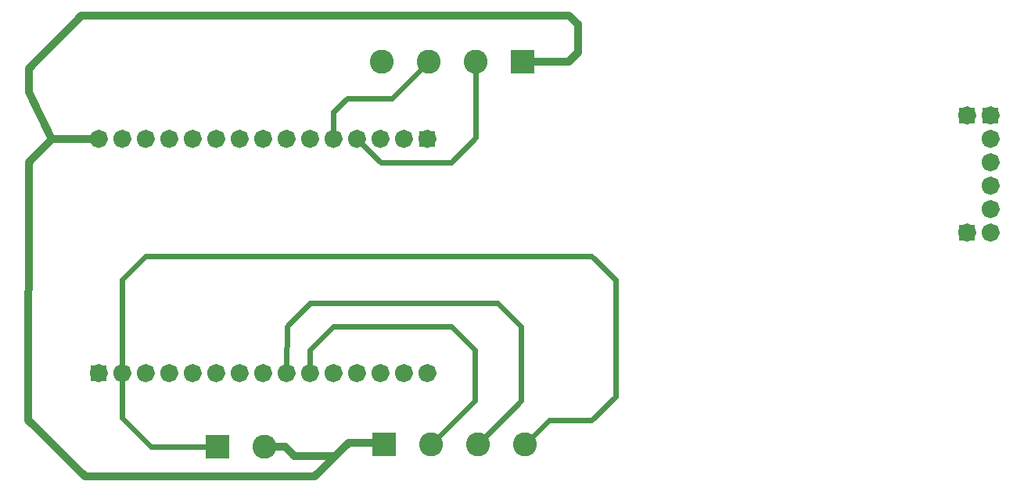
<source format=gbl>
%TF.GenerationSoftware,KiCad,Pcbnew,9.0.1*%
%TF.CreationDate,2025-05-21T21:12:10-06:00*%
%TF.ProjectId,test_Final,74657374-5f46-4696-9e61-6c2e6b696361,rev?*%
%TF.SameCoordinates,Original*%
%TF.FileFunction,Copper,L2,Bot*%
%TF.FilePolarity,Positive*%
%FSLAX46Y46*%
G04 Gerber Fmt 4.6, Leading zero omitted, Abs format (unit mm)*
G04 Created by KiCad (PCBNEW 9.0.1) date 2025-05-21 21:12:10*
%MOMM*%
%LPD*%
G01*
G04 APERTURE LIST*
%TA.AperFunction,NonConductor*%
%ADD10C,0.990600*%
%TD*%
%TA.AperFunction,ComponentPad*%
%ADD11R,1.700000X1.700000*%
%TD*%
%TA.AperFunction,ComponentPad*%
%ADD12C,1.700000*%
%TD*%
%TA.AperFunction,ComponentPad*%
%ADD13R,2.600000X2.600000*%
%TD*%
%TA.AperFunction,ComponentPad*%
%ADD14C,2.600000*%
%TD*%
%TA.AperFunction,ViaPad*%
%ADD15C,0.965210*%
%TD*%
%TA.AperFunction,Conductor*%
%ADD16C,0.609600*%
%TD*%
%TA.AperFunction,Conductor*%
%ADD17C,0.812800*%
%TD*%
G04 APERTURE END LIST*
D10*
X60487200Y-76793900D02*
G75*
G02*
X59496600Y-76793900I-495300J0D01*
G01*
X59496600Y-76793900D02*
G75*
G02*
X60487200Y-76793900I495300J0D01*
G01*
X70647200Y-51393900D02*
G75*
G02*
X69656600Y-51393900I-495300J0D01*
G01*
X69656600Y-51393900D02*
G75*
G02*
X70647200Y-51393900I495300J0D01*
G01*
X45247200Y-76793900D02*
G75*
G02*
X44256600Y-76793900I-495300J0D01*
G01*
X44256600Y-76793900D02*
G75*
G02*
X45247200Y-76793900I495300J0D01*
G01*
X134147200Y-56473900D02*
G75*
G02*
X133156600Y-56473900I-495300J0D01*
G01*
X133156600Y-56473900D02*
G75*
G02*
X134147200Y-56473900I495300J0D01*
G01*
X47787200Y-51393900D02*
G75*
G02*
X46796600Y-51393900I-495300J0D01*
G01*
X46796600Y-51393900D02*
G75*
G02*
X47787200Y-51393900I495300J0D01*
G01*
X40167200Y-51393900D02*
G75*
G02*
X39176600Y-51393900I-495300J0D01*
G01*
X39176600Y-51393900D02*
G75*
G02*
X40167200Y-51393900I495300J0D01*
G01*
X63027200Y-51393900D02*
G75*
G02*
X62036600Y-51393900I-495300J0D01*
G01*
X62036600Y-51393900D02*
G75*
G02*
X63027200Y-51393900I495300J0D01*
G01*
X37627200Y-76793900D02*
G75*
G02*
X36636600Y-76793900I-495300J0D01*
G01*
X36636600Y-76793900D02*
G75*
G02*
X37627200Y-76793900I495300J0D01*
G01*
X52867200Y-51393900D02*
G75*
G02*
X51876600Y-51393900I-495300J0D01*
G01*
X51876600Y-51393900D02*
G75*
G02*
X52867200Y-51393900I495300J0D01*
G01*
X57947200Y-76793900D02*
G75*
G02*
X56956600Y-76793900I-495300J0D01*
G01*
X56956600Y-76793900D02*
G75*
G02*
X57947200Y-76793900I495300J0D01*
G01*
X131607200Y-61553900D02*
G75*
G02*
X130616600Y-61553900I-495300J0D01*
G01*
X130616600Y-61553900D02*
G75*
G02*
X131607200Y-61553900I495300J0D01*
G01*
X73187200Y-76793900D02*
G75*
G02*
X72196600Y-76793900I-495300J0D01*
G01*
X72196600Y-76793900D02*
G75*
G02*
X73187200Y-76793900I495300J0D01*
G01*
X55407200Y-76793900D02*
G75*
G02*
X54416600Y-76793900I-495300J0D01*
G01*
X54416600Y-76793900D02*
G75*
G02*
X55407200Y-76793900I495300J0D01*
G01*
X70647200Y-76793900D02*
G75*
G02*
X69656600Y-76793900I-495300J0D01*
G01*
X69656600Y-76793900D02*
G75*
G02*
X70647200Y-76793900I495300J0D01*
G01*
X42707200Y-76793900D02*
G75*
G02*
X41716600Y-76793900I-495300J0D01*
G01*
X41716600Y-76793900D02*
G75*
G02*
X42707200Y-76793900I495300J0D01*
G01*
X52867200Y-76793900D02*
G75*
G02*
X51876600Y-76793900I-495300J0D01*
G01*
X51876600Y-76793900D02*
G75*
G02*
X52867200Y-76793900I495300J0D01*
G01*
X37627200Y-51393900D02*
G75*
G02*
X36636600Y-51393900I-495300J0D01*
G01*
X36636600Y-51393900D02*
G75*
G02*
X37627200Y-51393900I495300J0D01*
G01*
X68107200Y-51393900D02*
G75*
G02*
X67116600Y-51393900I-495300J0D01*
G01*
X67116600Y-51393900D02*
G75*
G02*
X68107200Y-51393900I495300J0D01*
G01*
X73187200Y-51393900D02*
G75*
G02*
X72196600Y-51393900I-495300J0D01*
G01*
X72196600Y-51393900D02*
G75*
G02*
X73187200Y-51393900I495300J0D01*
G01*
X47787200Y-76793900D02*
G75*
G02*
X46796600Y-76793900I-495300J0D01*
G01*
X46796600Y-76793900D02*
G75*
G02*
X47787200Y-76793900I495300J0D01*
G01*
X134147200Y-59013900D02*
G75*
G02*
X133156600Y-59013900I-495300J0D01*
G01*
X133156600Y-59013900D02*
G75*
G02*
X134147200Y-59013900I495300J0D01*
G01*
X68107200Y-76793900D02*
G75*
G02*
X67116600Y-76793900I-495300J0D01*
G01*
X67116600Y-76793900D02*
G75*
G02*
X68107200Y-76793900I495300J0D01*
G01*
X134147200Y-61553900D02*
G75*
G02*
X133156600Y-61553900I-495300J0D01*
G01*
X133156600Y-61553900D02*
G75*
G02*
X134147200Y-61553900I495300J0D01*
G01*
X60487200Y-51393900D02*
G75*
G02*
X59496600Y-51393900I-495300J0D01*
G01*
X59496600Y-51393900D02*
G75*
G02*
X60487200Y-51393900I495300J0D01*
G01*
X57947200Y-51393900D02*
G75*
G02*
X56956600Y-51393900I-495300J0D01*
G01*
X56956600Y-51393900D02*
G75*
G02*
X57947200Y-51393900I495300J0D01*
G01*
X45247200Y-51393900D02*
G75*
G02*
X44256600Y-51393900I-495300J0D01*
G01*
X44256600Y-51393900D02*
G75*
G02*
X45247200Y-51393900I495300J0D01*
G01*
X40167200Y-76793900D02*
G75*
G02*
X39176600Y-76793900I-495300J0D01*
G01*
X39176600Y-76793900D02*
G75*
G02*
X40167200Y-76793900I495300J0D01*
G01*
X50327200Y-76793900D02*
G75*
G02*
X49336600Y-76793900I-495300J0D01*
G01*
X49336600Y-76793900D02*
G75*
G02*
X50327200Y-76793900I495300J0D01*
G01*
X63027200Y-76793900D02*
G75*
G02*
X62036600Y-76793900I-495300J0D01*
G01*
X62036600Y-76793900D02*
G75*
G02*
X63027200Y-76793900I495300J0D01*
G01*
X42707200Y-51393900D02*
G75*
G02*
X41716600Y-51393900I-495300J0D01*
G01*
X41716600Y-51393900D02*
G75*
G02*
X42707200Y-51393900I495300J0D01*
G01*
X134147200Y-53933900D02*
G75*
G02*
X133156600Y-53933900I-495300J0D01*
G01*
X133156600Y-53933900D02*
G75*
G02*
X134147200Y-53933900I495300J0D01*
G01*
X55407200Y-51393900D02*
G75*
G02*
X54416600Y-51393900I-495300J0D01*
G01*
X54416600Y-51393900D02*
G75*
G02*
X55407200Y-51393900I495300J0D01*
G01*
X134147200Y-51393900D02*
G75*
G02*
X133156600Y-51393900I-495300J0D01*
G01*
X133156600Y-51393900D02*
G75*
G02*
X134147200Y-51393900I495300J0D01*
G01*
X65567200Y-76793900D02*
G75*
G02*
X64576600Y-76793900I-495300J0D01*
G01*
X64576600Y-76793900D02*
G75*
G02*
X65567200Y-76793900I495300J0D01*
G01*
X50327200Y-51393900D02*
G75*
G02*
X49336600Y-51393900I-495300J0D01*
G01*
X49336600Y-51393900D02*
G75*
G02*
X50327200Y-51393900I495300J0D01*
G01*
X131607200Y-48853900D02*
G75*
G02*
X130616600Y-48853900I-495300J0D01*
G01*
X130616600Y-48853900D02*
G75*
G02*
X131607200Y-48853900I495300J0D01*
G01*
X134147200Y-48853900D02*
G75*
G02*
X133156600Y-48853900I-495300J0D01*
G01*
X133156600Y-48853900D02*
G75*
G02*
X134147200Y-48853900I495300J0D01*
G01*
X65567200Y-51393900D02*
G75*
G02*
X64576600Y-51393900I-495300J0D01*
G01*
X64576600Y-51393900D02*
G75*
G02*
X65567200Y-51393900I495300J0D01*
G01*
D11*
%TO.P,REF\u002A\u002A,1*%
%TO.N,N/C*%
X72691900Y-51393900D03*
D12*
%TO.P,REF\u002A\u002A,2*%
X70151900Y-51393900D03*
%TO.P,REF\u002A\u002A,3*%
X67611900Y-51393900D03*
%TO.P,REF\u002A\u002A,4*%
X65071900Y-51393900D03*
%TO.P,REF\u002A\u002A,5*%
X62531900Y-51393900D03*
%TO.P,REF\u002A\u002A,6*%
X59991900Y-51393900D03*
%TO.P,REF\u002A\u002A,7*%
X57451900Y-51393900D03*
%TO.P,REF\u002A\u002A,8*%
X54911900Y-51393900D03*
%TO.P,REF\u002A\u002A,9*%
X52371900Y-51393900D03*
%TO.P,REF\u002A\u002A,10*%
X49831900Y-51393900D03*
%TO.P,REF\u002A\u002A,11*%
X47291900Y-51393900D03*
%TO.P,REF\u002A\u002A,12*%
X44751900Y-51393900D03*
%TO.P,REF\u002A\u002A,13*%
X42211900Y-51393900D03*
%TO.P,REF\u002A\u002A,14*%
X39671900Y-51393900D03*
%TO.P,REF\u002A\u002A,15*%
X37131900Y-51393900D03*
%TD*%
D11*
%TO.P,REF\u002A\u002A,1*%
%TO.N,N/C*%
X131111900Y-61553900D03*
%TD*%
D13*
%TO.P,REF\u002A\u002A,1*%
%TO.N,N/C*%
X49955000Y-84805000D03*
D14*
%TO.P,REF\u002A\u002A,2*%
X55035000Y-84805000D03*
%TD*%
D13*
%TO.P,REF\u002A\u002A,1*%
%TO.N,N/C*%
X68000000Y-84500000D03*
D14*
%TO.P,REF\u002A\u002A,2*%
X73080000Y-84500000D03*
%TO.P,REF\u002A\u002A,3*%
X78160000Y-84500000D03*
%TO.P,REF\u002A\u002A,4*%
X83240000Y-84500000D03*
%TD*%
D11*
%TO.P,REF\u002A\u002A,1*%
%TO.N,N/C*%
X133651900Y-48853900D03*
D12*
%TO.P,REF\u002A\u002A,2*%
X133651900Y-51393900D03*
%TO.P,REF\u002A\u002A,3*%
X133651900Y-53933900D03*
%TO.P,REF\u002A\u002A,4*%
X133651900Y-56473900D03*
%TO.P,REF\u002A\u002A,5*%
X133651900Y-59013900D03*
%TO.P,REF\u002A\u002A,6*%
X133651900Y-61553900D03*
%TD*%
D11*
%TO.P,REF\u002A\u002A,1*%
%TO.N,N/C*%
X37131900Y-76793900D03*
D12*
%TO.P,REF\u002A\u002A,2*%
X39671900Y-76793900D03*
%TO.P,REF\u002A\u002A,3*%
X42211900Y-76793900D03*
%TO.P,REF\u002A\u002A,4*%
X44751900Y-76793900D03*
%TO.P,REF\u002A\u002A,5*%
X47291900Y-76793900D03*
%TO.P,REF\u002A\u002A,6*%
X49831900Y-76793900D03*
%TO.P,REF\u002A\u002A,7*%
X52371900Y-76793900D03*
%TO.P,REF\u002A\u002A,8*%
X54911900Y-76793900D03*
%TO.P,REF\u002A\u002A,9*%
X57451900Y-76793900D03*
%TO.P,REF\u002A\u002A,10*%
X59991900Y-76793900D03*
%TO.P,REF\u002A\u002A,11*%
X62531900Y-76793900D03*
%TO.P,REF\u002A\u002A,12*%
X65071900Y-76793900D03*
%TO.P,REF\u002A\u002A,13*%
X67611900Y-76793900D03*
%TO.P,REF\u002A\u002A,14*%
X70151900Y-76793900D03*
%TO.P,REF\u002A\u002A,15*%
X72691900Y-76793900D03*
%TD*%
D11*
%TO.P,REF\u002A\u002A,1*%
%TO.N,N/C*%
X131111900Y-48853900D03*
%TD*%
D13*
%TO.P,REF\u002A\u002A,1*%
%TO.N,N/C*%
X83000000Y-43000000D03*
D14*
%TO.P,REF\u002A\u002A,2*%
X77920000Y-43000000D03*
%TO.P,REF\u002A\u002A,3*%
X72840000Y-43000000D03*
%TO.P,REF\u002A\u002A,4*%
X67760000Y-43000000D03*
%TD*%
D15*
%TO.N,*%
X42209360Y-51404060D03*
X54909360Y-51404060D03*
X131109360Y-48864060D03*
X70149360Y-76804060D03*
X49829360Y-51404060D03*
X37129360Y-51404060D03*
X133649360Y-59024060D03*
X49829360Y-76804060D03*
X59989360Y-51404060D03*
X133649360Y-51404060D03*
X57449360Y-76804060D03*
X131109360Y-61564060D03*
X72689360Y-51404060D03*
X52369360Y-51404060D03*
X47289360Y-76804060D03*
X44749360Y-76804060D03*
X67609360Y-51404060D03*
X65069360Y-51404060D03*
X54909360Y-76804060D03*
X62529360Y-76804060D03*
X44749360Y-51404060D03*
X62529360Y-51404060D03*
X70149360Y-51404060D03*
X39669360Y-76804060D03*
X47289360Y-51404060D03*
X67609360Y-76804060D03*
X37129360Y-76804060D03*
X42209360Y-76804060D03*
X59989360Y-76804060D03*
X133649360Y-53944060D03*
X72689360Y-76804060D03*
X39669360Y-51404060D03*
X133649360Y-56484060D03*
X133649360Y-48864060D03*
X133649360Y-61564060D03*
X65069360Y-76804060D03*
X57449360Y-51404060D03*
X52369360Y-76804060D03*
%TD*%
D16*
%TO.N,*%
X77797300Y-79782700D02*
X73080000Y-84500000D01*
X77797300Y-74253900D02*
X77797300Y-79782700D01*
D17*
X35638000Y-88000000D02*
X60500000Y-88000000D01*
D16*
X67637300Y-53959300D02*
X75257300Y-53933900D01*
D17*
X32026500Y-51419300D02*
X29537300Y-46339300D01*
D16*
X90471900Y-81848500D02*
X85891500Y-81848500D01*
D17*
X89000000Y-42000000D02*
X88000000Y-43000000D01*
X32026500Y-51419300D02*
X36649300Y-51393900D01*
D16*
X39671900Y-81671900D02*
X42805000Y-84805000D01*
X59991900Y-69199300D02*
X80286500Y-69199300D01*
X93037300Y-79359300D02*
X90471900Y-81848500D01*
D17*
X60500000Y-88000000D02*
X64195000Y-84305000D01*
X57305000Y-84805000D02*
X55035000Y-84805000D01*
X35285800Y-38000000D02*
X88000000Y-38000000D01*
D16*
X57451900Y-76311300D02*
X57477300Y-71713900D01*
D17*
X89000000Y-39000000D02*
X89000000Y-42000000D01*
D16*
X42211900Y-64093900D02*
X90471900Y-64093900D01*
X80286500Y-69199300D02*
X82851900Y-71713900D01*
X62506500Y-71713900D02*
X75257300Y-71713900D01*
X62531900Y-50911300D02*
X62531900Y-48468100D01*
X65402100Y-51749500D02*
X67637300Y-53959300D01*
X93037300Y-66684700D02*
X93037300Y-79359300D01*
D17*
X62750000Y-85750000D02*
X58250000Y-85750000D01*
D16*
X82851900Y-79808100D02*
X78160000Y-84500000D01*
D17*
X64195000Y-84305000D02*
X68380000Y-84305000D01*
D16*
X57477300Y-71713900D02*
X59991900Y-69199300D01*
X39646500Y-66684700D02*
X42211900Y-64093900D01*
X90471900Y-64093900D02*
X93037300Y-66684700D01*
X39671900Y-76793900D02*
X39646500Y-66684700D01*
X77920000Y-51271200D02*
X77920000Y-43000000D01*
X59991900Y-76311300D02*
X59991900Y-74279300D01*
X77920000Y-51271200D02*
X75257300Y-53933900D01*
X39671900Y-77276500D02*
X39671900Y-81671900D01*
D17*
X88000000Y-38000000D02*
X89000000Y-39000000D01*
D16*
X64000000Y-47000000D02*
X68840000Y-47000000D01*
X75257300Y-71713900D02*
X77797300Y-74253900D01*
D17*
X29537300Y-43748500D02*
X35285800Y-38000000D01*
X29537300Y-53908500D02*
X29486500Y-81848500D01*
D16*
X68840000Y-47000000D02*
X72840000Y-43000000D01*
D17*
X58250000Y-85750000D02*
X57305000Y-84805000D01*
D16*
X59991900Y-74279300D02*
X62506500Y-71713900D01*
X82851900Y-71713900D02*
X82851900Y-79808100D01*
D17*
X29486500Y-81848500D02*
X35638000Y-88000000D01*
X32026500Y-51419300D02*
X29537300Y-53908500D01*
D16*
X85891500Y-81848500D02*
X83240000Y-84500000D01*
D17*
X88000000Y-43000000D02*
X83000000Y-43000000D01*
X29537300Y-46339300D02*
X29537300Y-43748500D01*
D16*
X62531900Y-48468100D02*
X64000000Y-47000000D01*
X42805000Y-84805000D02*
X49955000Y-84805000D01*
%TD*%
M02*

</source>
